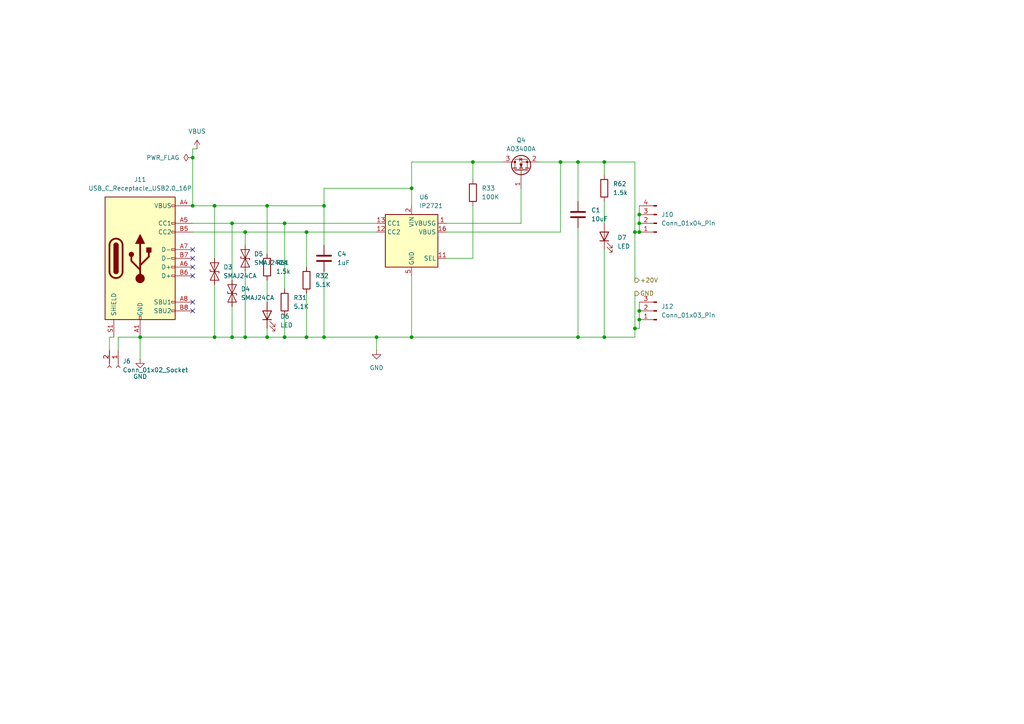
<source format=kicad_sch>
(kicad_sch (version 20231120) (generator "eeschema") (generator_version "8.0")
  (paper "A4")
  (lib_symbols
    (symbol "Connector:Conn_01x02_Socket" (pin_names (offset 1.016) hide)
      (property "Reference" "J" (at 0 2.54 0))
      (property "Value" "Conn_01x02_Socket" (at 0 -5.08 0))
      (symbol "Conn_01x02_Socket_1_1"
        (arc (start 0 -2.032) (mid -0.5058 -2.54) (end 0 -3.048) (stroke (width 0.1524)))
        (polyline (pts (xy -1.27 -2.54) (xy -0.508 -2.54)) (stroke (width 0.1524)))
        (polyline (pts (xy -1.27 0) (xy -0.508 0)) (stroke (width 0.1524)))
        (arc (start 0 0.508) (mid -0.5058 0) (end 0 -0.508) (stroke (width 0.1524)))
        (pin passive line (at -5.08 0 0) (length 3.81) (name "Pin_1") (number "1"))
        (pin passive line (at -5.08 -2.54 0) (length 3.81) (name "Pin_2") (number "2"))
      )
    )
    (symbol "Connector:Conn_01x03_Pin" (pin_names (offset 1.016) hide)
      (property "Reference" "J" (at 0 5.08 0))
      (property "Value" "Conn_01x03_Pin" (at 0 -5.08 0))
      (symbol "Conn_01x03_Pin_1_1"
        (polyline (pts (xy 1.27 -2.54) (xy 0.8636 -2.54)) (stroke (width 0.1524)))
        (polyline (pts (xy 1.27 0) (xy 0.8636 0)) (stroke (width 0.1524)))
        (polyline (pts (xy 1.27 2.54) (xy 0.8636 2.54)) (stroke (width 0.1524)))
        (rectangle (start 0.8636 -2.413) (end 0 -2.667) (stroke (width 0.1524)) (fill (type outline)))
        (rectangle (start 0.8636 0.127) (end 0 -0.127) (stroke (width 0.1524)) (fill (type outline)))
        (rectangle (start 0.8636 2.667) (end 0 2.413) (stroke (width 0.1524)) (fill (type outline)))
        (pin passive line (at 5.08 2.54 180) (length 3.81) (name "Pin_1") (number "1"))
        (pin passive line (at 5.08 0 180) (length 3.81) (name "Pin_2") (number "2"))
        (pin passive line (at 5.08 -2.54 180) (length 3.81) (name "Pin_3") (number "3"))
      )
    )
    (symbol "Connector:Conn_01x04_Pin" (pin_names (offset 1.016) hide)
      (property "Reference" "J" (at 0 5.08 0))
      (property "Value" "Conn_01x04_Pin" (at 0 -7.62 0))
      (symbol "Conn_01x04_Pin_1_1"
        (polyline (pts (xy 1.27 -5.08) (xy 0.8636 -5.08)) (stroke (width 0.1524)))
        (polyline (pts (xy 1.27 -2.54) (xy 0.8636 -2.54)) (stroke (width 0.1524)))
        (polyline (pts (xy 1.27 0) (xy 0.8636 0)) (stroke (width 0.1524)))
        (polyline (pts (xy 1.27 2.54) (xy 0.8636 2.54)) (stroke (width 0.1524)))
        (rectangle (start 0.8636 -4.953) (end 0 -5.207) (stroke (width 0.1524)) (fill (type outline)))
        (rectangle (start 0.8636 -2.413) (end 0 -2.667) (stroke (width 0.1524)) (fill (type outline)))
        (rectangle (start 0.8636 0.127) (end 0 -0.127) (stroke (width 0.1524)) (fill (type outline)))
        (rectangle (start 0.8636 2.667) (end 0 2.413) (stroke (width 0.1524)) (fill (type outline)))
        (pin passive line (at 5.08 2.54 180) (length 3.81) (name "Pin_1") (number "1"))
        (pin passive line (at 5.08 0 180) (length 3.81) (name "Pin_2") (number "2"))
        (pin passive line (at 5.08 -2.54 180) (length 3.81) (name "Pin_3") (number "3"))
        (pin passive line (at 5.08 -5.08 180) (length 3.81) (name "Pin_4") (number "4"))
      )
    )
    (symbol "Connector:USB_C_Receptacle_USB2.0_16P" (pin_names (offset 1.016))
      (property "Reference" "J" (at 0 22.225 0))
      (property "Value" "USB_C_Receptacle_USB2.0_16P" (at 0 19.685 0))
      (symbol "USB_C_Receptacle_USB2.0_16P_0_0"
        (rectangle (start -0.254 -17.78) (end 0.254 -16.764))
        (rectangle (start 10.16 -14.986) (end 9.144 -15.494))
        (rectangle (start 10.16 -12.446) (end 9.144 -12.954))
        (rectangle (start 10.16 -4.826) (end 9.144 -5.334))
        (rectangle (start 10.16 -2.286) (end 9.144 -2.794))
        (rectangle (start 10.16 0.254) (end 9.144 -0.254))
        (rectangle (start 10.16 2.794) (end 9.144 2.286))
        (rectangle (start 10.16 7.874) (end 9.144 7.366))
        (rectangle (start 10.16 10.414) (end 9.144 9.906))
        (rectangle (start 10.16 15.494) (end 9.144 14.986))
      )
      (symbol "USB_C_Receptacle_USB2.0_16P_0_1"
        (rectangle (start -10.16 17.78) (end 10.16 -17.78) (stroke (width 0.254)) (fill (type background)))
        (arc (start -8.89 -3.81) (mid -6.985 -5.7067) (end -5.08 -3.81) (stroke (width 0.508)))
        (arc (start -7.62 -3.81) (mid -6.985 -4.4423) (end -6.35 -3.81) (stroke (width 0.254)))
        (arc (start -7.62 -3.81) (mid -6.985 -4.4423) (end -6.35 -3.81) (stroke (width 0.254)) (fill (type outline)))
        (rectangle (start -7.62 -3.81) (end -6.35 3.81) (stroke (width 0.254)) (fill (type outline)))
        (arc (start -6.35 3.81) (mid -6.985 4.4423) (end -7.62 3.81) (stroke (width 0.254)))
        (arc (start -6.35 3.81) (mid -6.985 4.4423) (end -7.62 3.81) (stroke (width 0.254)) (fill (type outline)))
        (arc (start -5.08 3.81) (mid -6.985 5.7067) (end -8.89 3.81) (stroke (width 0.508)))
        (circle (center -2.54 1.143) (radius 0.635) (stroke (width 0.254)) (fill (type outline)))
        (circle (center 0 -5.842) (radius 1.27) (fill (type outline)))
        (polyline (pts (xy -8.89 -3.81) (xy -8.89 3.81)) (stroke (width 0.508)))
        (polyline (pts (xy -5.08 3.81) (xy -5.08 -3.81)) (stroke (width 0.508)))
        (polyline (pts (xy 0 -5.842) (xy 0 4.318)) (stroke (width 0.508)))
        (polyline (pts (xy 0 -3.302) (xy -2.54 -0.762) (xy -2.54 0.508)) (stroke (width 0.508)))
        (polyline (pts (xy 0 -2.032) (xy 2.54 0.508) (xy 2.54 1.778)) (stroke (width 0.508)))
        (polyline (pts (xy -1.27 4.318) (xy 0 6.858) (xy 1.27 4.318) (xy -1.27 4.318)) (stroke (width 0.254)) (fill (type outline)))
        (rectangle (start 1.905 1.778) (end 3.175 3.048) (stroke (width 0.254)) (fill (type outline)))
      )
      (symbol "USB_C_Receptacle_USB2.0_16P_1_1"
        (pin passive line (at 0 -22.86 90) (length 5.08) (name "GND") (number "A1"))
        (pin passive line (at 0 -22.86 90) (length 5.08) hide (name "GND") (number "A12"))
        (pin passive line (at 15.24 15.24 180) (length 5.08) (name "VBUS") (number "A4"))
        (pin bidirectional line (at 15.24 10.16 180) (length 5.08) (name "CC1") (number "A5"))
        (pin bidirectional line (at 15.24 -2.54 180) (length 5.08) (name "D+") (number "A6"))
        (pin bidirectional line (at 15.24 2.54 180) (length 5.08) (name "D-") (number "A7"))
        (pin bidirectional line (at 15.24 -12.7 180) (length 5.08) (name "SBU1") (number "A8"))
        (pin passive line (at 15.24 15.24 180) (length 5.08) hide (name "VBUS") (number "A9"))
        (pin passive line (at 0 -22.86 90) (length 5.08) hide (name "GND") (number "B1"))
        (pin passive line (at 0 -22.86 90) (length 5.08) hide (name "GND") (number "B12"))
        (pin passive line (at 15.24 15.24 180) (length 5.08) hide (name "VBUS") (number "B4"))
        (pin bidirectional line (at 15.24 7.62 180) (length 5.08) (name "CC2") (number "B5"))
        (pin bidirectional line (at 15.24 -5.08 180) (length 5.08) (name "D+") (number "B6"))
        (pin bidirectional line (at 15.24 0 180) (length 5.08) (name "D-") (number "B7"))
        (pin bidirectional line (at 15.24 -15.24 180) (length 5.08) (name "SBU2") (number "B8"))
        (pin passive line (at 15.24 15.24 180) (length 5.08) hide (name "VBUS") (number "B9"))
        (pin passive line (at -7.62 -22.86 90) (length 5.08) (name "SHIELD") (number "S1"))
      )
    )
    (symbol "Device:C" (pin_numbers hide) (pin_names (offset 0.254))
      (property "Reference" "C" (at 0.635 2.54 0))
      (property "Value" "C" (at 0.635 -2.54 0))
      (symbol "C_0_1"
        (polyline (pts (xy -2.032 -0.762) (xy 2.032 -0.762)) (stroke (width 0.508)))
        (polyline (pts (xy -2.032 0.762) (xy 2.032 0.762)) (stroke (width 0.508)))
      )
      (symbol "C_1_1"
        (pin passive line (at 0 3.81 270) (length 2.794) (name "~") (number "1"))
        (pin passive line (at 0 -3.81 90) (length 2.794) (name "~") (number "2"))
      )
    )
    (symbol "Device:LED" (pin_numbers hide) (pin_names (offset 1.016) hide)
      (property "Reference" "D" (at 0 2.54 0))
      (property "Value" "LED" (at 0 -2.54 0))
      (symbol "LED_0_1"
        (polyline (pts (xy -1.27 -1.27) (xy -1.27 1.27)) (stroke (width 0.254)))
        (polyline (pts (xy -1.27 0) (xy 1.27 0)))
        (polyline (pts (xy 1.27 -1.27) (xy 1.27 1.27) (xy -1.27 0) (xy 1.27 -1.27)) (stroke (width 0.254)))
        (polyline (pts (xy -3.048 -0.762) (xy -4.572 -2.286) (xy -3.81 -2.286) (xy -4.572 -2.286) (xy -4.572 -1.524)))
        (polyline (pts (xy -1.778 -0.762) (xy -3.302 -2.286) (xy -2.54 -2.286) (xy -3.302 -2.286) (xy -3.302 -1.524)))
      )
      (symbol "LED_1_1"
        (pin passive line (at -3.81 0 0) (length 2.54) (name "K") (number "1"))
        (pin passive line (at 3.81 0 180) (length 2.54) (name "A") (number "2"))
      )
    )
    (symbol "Device:R" (pin_numbers hide) (pin_names (offset 0))
      (property "Reference" "R" (at 2.032 0 90))
      (property "Value" "R" (at 0 0 90))
      (symbol "R_0_1"
        (rectangle (start -1.016 -2.54) (end 1.016 2.54) (stroke (width 0.254)))
      )
      (symbol "R_1_1"
        (pin passive line (at 0 3.81 270) (length 1.27) (name "~") (number "1"))
        (pin passive line (at 0 -3.81 90) (length 1.27) (name "~") (number "2"))
      )
    )
    (symbol "Diode:SMAJ24CA" (pin_numbers hide) (pin_names (offset 1.016) hide)
      (property "Reference" "D" (at 0 2.54 0))
      (property "Value" "SMAJ24CA" (at 0 -2.54 0))
      (symbol "SMAJ24CA_0_1"
        (polyline (pts (xy 1.27 0) (xy -1.27 0)))
        (polyline (pts (xy -2.54 -1.27) (xy 0 0) (xy -2.54 1.27) (xy -2.54 -1.27)) (stroke (width 0.2032)))
        (polyline (pts (xy 0.508 1.27) (xy 0 1.27) (xy 0 -1.27) (xy -0.508 -1.27)) (stroke (width 0.2032)))
        (polyline (pts (xy 2.54 1.27) (xy 2.54 -1.27) (xy 0 0) (xy 2.54 1.27)) (stroke (width 0.2032)))
      )
      (symbol "SMAJ24CA_1_1"
        (pin passive line (at -3.81 0 0) (length 2.54) (name "A1") (number "1"))
        (pin passive line (at 3.81 0 180) (length 2.54) (name "A2") (number "2"))
      )
    )
    (symbol "Interface_USB:IP2721"
      (property "Reference" "U" (at 5.08 -10.16 0))
      (property "Value" "IP2721" (at 7.62 -12.7 0))
      (symbol "IP2721_0_1"
        (rectangle (start -7.62 7.62) (end 7.62 -7.62) (stroke (width 0.254)) (fill (type background)))
      )
      (symbol "IP2721_1_1"
        (pin output line (at 10.16 5.08 180) (length 2.54) (name "VBUSG") (number "1"))
        (pin no_connect line (at -2.54 -7.62 90) (length 2.54) hide (name "NC") (number "10"))
        (pin input line (at 10.16 -5.08 180) (length 2.54) (name "SEL") (number "11"))
        (pin bidirectional line (at -10.16 2.54 0) (length 2.54) (name "CC2") (number "12"))
        (pin bidirectional line (at -10.16 5.08 0) (length 2.54) (name "CC1") (number "13"))
        (pin no_connect line (at 2.54 -7.62 90) (length 2.54) hide (name "NC") (number "14"))
        (pin no_connect line (at 5.08 -7.62 90) (length 2.54) hide (name "NC") (number "15"))
        (pin input line (at 10.16 2.54 180) (length 2.54) (name "VBUS") (number "16"))
        (pin power_in line (at 0 10.16 270) (length 2.54) (name "VIN") (number "2"))
        (pin no_connect line (at -5.08 7.62 270) (length 2.54) hide (name "NC") (number "3"))
        (pin no_connect line (at -7.62 -2.54 0) (length 2.54) hide (name "NC") (number "4"))
        (pin power_in line (at 0 -10.16 90) (length 2.54) (name "GND") (number "5"))
        (pin no_connect line (at -2.54 7.62 270) (length 2.54) hide (name "NC") (number "6"))
        (pin no_connect line (at 2.54 7.62 270) (length 2.54) hide (name "NC") (number "7"))
        (pin no_connect line (at 5.08 7.62 270) (length 2.54) hide (name "NC") (number "8"))
        (pin no_connect line (at -5.08 -7.62 90) (length 2.54) hide (name "NC") (number "9"))
      )
    )
    (symbol "Transistor_FET:AO3400A" (pin_names hide)
      (property "Reference" "Q" (at 5.08 1.905 0))
      (property "Value" "AO3400A" (at 5.08 0 0))
      (symbol "AO3400A_0_1"
        (polyline (pts (xy 0.254 0) (xy -2.54 0)))
        (polyline (pts (xy 0.254 1.905) (xy 0.254 -1.905)) (stroke (width 0.254)))
        (polyline (pts (xy 0.762 -1.27) (xy 0.762 -2.286)) (stroke (width 0.254)))
        (polyline (pts (xy 0.762 0.508) (xy 0.762 -0.508)) (stroke (width 0.254)))
        (polyline (pts (xy 0.762 2.286) (xy 0.762 1.27)) (stroke (width 0.254)))
        (polyline (pts (xy 2.54 2.54) (xy 2.54 1.778)))
        (polyline (pts (xy 2.54 -2.54) (xy 2.54 0) (xy 0.762 0)))
        (polyline (pts (xy 0.762 -1.778) (xy 3.302 -1.778) (xy 3.302 1.778) (xy 0.762 1.778)))
        (polyline (pts (xy 1.016 0) (xy 2.032 0.381) (xy 2.032 -0.381) (xy 1.016 0)) (fill (type outline)))
        (polyline (pts (xy 2.794 0.508) (xy 2.921 0.381) (xy 3.683 0.381) (xy 3.81 0.254)))
        (polyline (pts (xy 3.302 0.381) (xy 2.921 -0.254) (xy 3.683 -0.254) (xy 3.302 0.381)))
        (circle (center 1.651 0) (radius 2.794) (stroke (width 0.254)))
        (circle (center 2.54 -1.778) (radius 0.254) (fill (type outline)))
        (circle (center 2.54 1.778) (radius 0.254) (fill (type outline)))
      )
      (symbol "AO3400A_1_1"
        (pin input line (at -5.08 0 0) (length 2.54) (name "G") (number "1"))
        (pin passive line (at 2.54 -5.08 90) (length 2.54) (name "S") (number "2"))
        (pin passive line (at 2.54 5.08 270) (length 2.54) (name "D") (number "3"))
      )
    )
    (symbol "power:GND" (power) (pin_numbers hide) (pin_names (offset 0) hide)
      (property "Value" "GND" (at 0 -3.81 0))
      (symbol "GND_0_1"
        (polyline (pts (xy 0 0) (xy 0 -1.27) (xy 1.27 -1.27) (xy 0 -2.54) (xy -1.27 -1.27) (xy 0 -1.27)))
      )
      (symbol "GND_1_1"
        (pin power_in line (at 0 0 270) (length 0) (name "~") (number "1"))
      )
    )
    (symbol "power:PWR_FLAG" (power) (pin_numbers hide) (pin_names (offset 0) hide)
      (property "Value" "PWR_FLAG" (at 0 3.81 0))
      (symbol "PWR_FLAG_0_0"
        (pin power_out line (at 0 0 90) (length 0) (name "~") (number "1"))
      )
      (symbol "PWR_FLAG_0_1"
        (polyline (pts (xy 0 0) (xy 0 1.27) (xy -1.016 1.905) (xy 0 2.54) (xy 1.016 1.905) (xy 0 1.27)))
      )
    )
    (symbol "power:VBUS" (power) (pin_numbers hide) (pin_names (offset 0) hide)
      (property "Value" "VBUS" (at 0 3.556 0))
      (symbol "VBUS_0_1"
        (polyline (pts (xy -0.762 1.27) (xy 0 2.54)))
        (polyline (pts (xy 0 0) (xy 0 2.54)))
        (polyline (pts (xy 0 2.54) (xy 0.762 1.27)))
      )
      (symbol "VBUS_1_1"
        (pin power_in line (at 0 0 90) (length 0) (name "~") (number "1"))
      )
    )
  )
  (junction (at 71.12 97.79))
  (junction (at 185.42 62.23))
  (junction (at 185.42 90.17))
  (junction (at 82.55 64.77))
  (junction (at 55.88 45.72))
  (junction (at 62.23 59.69))
  (junction (at 71.12 67.31))
  (junction (at 77.47 97.79))
  (junction (at 137.16 46.99))
  (junction (at 40.64 97.79))
  (junction (at 88.9 97.79))
  (junction (at 167.64 46.99))
  (junction (at 175.26 97.79))
  (junction (at 93.98 59.69))
  (junction (at 67.31 64.77))
  (junction (at 167.64 97.79))
  (junction (at 55.88 59.69))
  (junction (at 77.47 59.69))
  (junction (at 93.98 97.79))
  (junction (at 162.56 46.99))
  (junction (at 185.42 67.31))
  (junction (at 185.42 64.77))
  (junction (at 185.42 92.71))
  (junction (at 109.22 97.79))
  (junction (at 184.15 67.31))
  (junction (at 62.23 97.79))
  (junction (at 119.38 97.79))
  (junction (at 88.9 67.31))
  (junction (at 119.38 54.61))
  (junction (at 175.26 46.99))
  (junction (at 67.31 97.79))
  (junction (at 184.15 95.25))
  (junction (at 82.55 97.79))
  (no_connect (at 55.88 72.39))
  (no_connect (at 55.88 90.17))
  (no_connect (at 55.88 80.01))
  (no_connect (at 55.88 87.63))
  (no_connect (at 55.88 77.47))
  (no_connect (at 55.88 74.93))
  (wire (pts (xy 119.38 97.79) (xy 167.64 97.79)))
  (wire (pts (xy 167.64 46.99) (xy 175.26 46.99)))
  (wire (pts (xy 175.26 46.99) (xy 175.26 50.8)))
  (wire (pts (xy 185.42 59.69) (xy 185.42 62.23)))
  (wire (pts (xy 156.21 46.99) (xy 162.56 46.99)))
  (wire (pts (xy 175.26 97.79) (xy 184.15 97.79)))
  (wire (pts (xy 119.38 46.99) (xy 119.38 54.61)))
  (wire (pts (xy 55.88 45.72) (xy 55.88 43.18)))
  (wire (pts (xy 93.98 78.74) (xy 93.98 97.79)))
  (wire (pts (xy 31.75 97.79) (xy 31.75 101.6)))
  (wire (pts (xy 77.47 95.25) (xy 77.47 97.79)))
  (wire (pts (xy 185.42 95.25) (xy 184.15 95.25)))
  (wire (pts (xy 62.23 59.69) (xy 62.23 74.93)))
  (wire (pts (xy 167.64 58.42) (xy 167.64 46.99)))
  (wire (pts (xy 185.42 67.31) (xy 184.15 67.31)))
  (wire (pts (xy 184.15 46.99) (xy 184.15 67.31)))
  (wire (pts (xy 82.55 64.77) (xy 109.22 64.77)))
  (wire (pts (xy 88.9 85.09) (xy 88.9 97.79)))
  (wire (pts (xy 109.22 101.6) (xy 109.22 97.79)))
  (wire (pts (xy 88.9 97.79) (xy 93.98 97.79)))
  (wire (pts (xy 88.9 67.31) (xy 109.22 67.31)))
  (wire (pts (xy 185.42 64.77) (xy 185.42 67.31)))
  (wire (pts (xy 175.26 72.39) (xy 175.26 97.79)))
  (wire (pts (xy 82.55 97.79) (xy 88.9 97.79)))
  (wire (pts (xy 55.88 43.18) (xy 57.15 43.18)))
  (wire (pts (xy 167.64 97.79) (xy 175.26 97.79)))
  (wire (pts (xy 67.31 88.9) (xy 67.31 97.79)))
  (wire (pts (xy 77.47 59.69) (xy 93.98 59.69)))
  (wire (pts (xy 184.15 95.25) (xy 184.15 97.79)))
  (wire (pts (xy 175.26 46.99) (xy 184.15 46.99)))
  (wire (pts (xy 137.16 52.07) (xy 137.16 46.99)))
  (wire (pts (xy 175.26 58.42) (xy 175.26 64.77)))
  (wire (pts (xy 71.12 78.74) (xy 71.12 97.79)))
  (wire (pts (xy 77.47 81.28) (xy 77.47 87.63)))
  (wire (pts (xy 119.38 46.99) (xy 137.16 46.99)))
  (wire (pts (xy 162.56 46.99) (xy 167.64 46.99)))
  (wire (pts (xy 67.31 64.77) (xy 82.55 64.77)))
  (wire (pts (xy 184.15 67.31) (xy 184.15 81.28)))
  (wire (pts (xy 40.64 97.79) (xy 62.23 97.79)))
  (wire (pts (xy 82.55 64.77) (xy 82.55 83.82)))
  (wire (pts (xy 162.56 67.31) (xy 162.56 46.99)))
  (wire (pts (xy 129.54 67.31) (xy 162.56 67.31)))
  (wire (pts (xy 119.38 97.79) (xy 109.22 97.79)))
  (wire (pts (xy 184.15 85.09) (xy 184.15 95.25)))
  (wire (pts (xy 71.12 67.31) (xy 88.9 67.31)))
  (wire (pts (xy 119.38 54.61) (xy 119.38 59.69)))
  (wire (pts (xy 185.42 92.71) (xy 185.42 95.25)))
  (wire (pts (xy 77.47 59.69) (xy 77.47 73.66)))
  (wire (pts (xy 129.54 64.77) (xy 151.13 64.77)))
  (wire (pts (xy 62.23 82.55) (xy 62.23 97.79)))
  (wire (pts (xy 34.29 97.79) (xy 40.64 97.79)))
  (wire (pts (xy 40.64 97.79) (xy 40.64 104.14)))
  (wire (pts (xy 55.88 64.77) (xy 67.31 64.77)))
  (wire (pts (xy 55.88 67.31) (xy 71.12 67.31)))
  (wire (pts (xy 151.13 64.77) (xy 151.13 54.61)))
  (wire (pts (xy 167.64 66.04) (xy 167.64 97.79)))
  (wire (pts (xy 137.16 74.93) (xy 137.16 59.69)))
  (wire (pts (xy 185.42 87.63) (xy 185.42 90.17)))
  (wire (pts (xy 55.88 59.69) (xy 55.88 45.72)))
  (wire (pts (xy 33.02 97.79) (xy 31.75 97.79)))
  (wire (pts (xy 93.98 59.69) (xy 93.98 71.12)))
  (wire (pts (xy 185.42 90.17) (xy 185.42 92.71)))
  (wire (pts (xy 137.16 46.99) (xy 146.05 46.99)))
  (wire (pts (xy 71.12 97.79) (xy 77.47 97.79)))
  (wire (pts (xy 93.98 97.79) (xy 109.22 97.79)))
  (wire (pts (xy 93.98 54.61) (xy 93.98 59.69)))
  (wire (pts (xy 129.54 74.93) (xy 137.16 74.93)))
  (wire (pts (xy 185.42 62.23) (xy 185.42 64.77)))
  (wire (pts (xy 67.31 97.79) (xy 71.12 97.79)))
  (wire (pts (xy 88.9 67.31) (xy 88.9 77.47)))
  (wire (pts (xy 82.55 91.44) (xy 82.55 97.79)))
  (wire (pts (xy 71.12 67.31) (xy 71.12 71.12)))
  (wire (pts (xy 62.23 59.69) (xy 77.47 59.69)))
  (wire (pts (xy 67.31 64.77) (xy 67.31 81.28)))
  (wire (pts (xy 93.98 54.61) (xy 119.38 54.61)))
  (wire (pts (xy 119.38 80.01) (xy 119.38 97.79)))
  (wire (pts (xy 55.88 59.69) (xy 62.23 59.69)))
  (wire (pts (xy 62.23 97.79) (xy 67.31 97.79)))
  (wire (pts (xy 34.29 101.6) (xy 34.29 97.79)))
  (wire (pts (xy 77.47 97.79) (xy 82.55 97.79)))
  (hierarchical_label "+20V" (shape output) (at 184.15 81.28 0))
  (hierarchical_label "GND" (shape output) (at 184.15 85.09 0))
  (symbol (lib_id "Connector:Conn_01x02_Socket") (at 34.29 106.68 270) (unit 1)
    (property "Reference" "J6" (at 35.56 104.7749 90) (effects (justify left)))
    (property "Value" "Conn_01x02_Socket" (at 35.56 107.3149 90) (effects (justify left)))
    (property "Footprint" "Connector_PinSocket_2.54mm:PinSocket_1x02_P2.54mm_Vertical" (effects (hide yes)))
    (property "Description" "Generic connector, single row, 01x02, script generated" (effects (hide yes)))
  )
  (symbol (lib_id "Diode:SMAJ24CA") (at 62.23 78.74 90) (unit 1)
    (property "Reference" "D3" (at 64.77 77.4699 90) (effects (justify right)))
    (property "Value" "SMAJ24CA" (at 64.77 80.0099 90) (effects (justify right)))
    (property "Footprint" "Diode_SMD:D_SMA" (effects (hide yes)))
    (property "Datasheet" "https://www.littelfuse.com/media?resourcetype=datasheets&itemid=75e32973-b177-4ee3-a0ff-cedaf1abdb93&filename=smaj-datasheet" (effects (hide yes)))
    (property "Description" "400W bidirectional Transient Voltage Suppressor, 24.0Vr, SMA(DO-214AC)" (effects (hide yes)))
    (property "LCSC" "C19077537" (effects (hide yes)))
  )
  (symbol (lib_id "power:VBUS") (at 57.15 43.18 0) (unit 1)
    (property "Reference" "#PWR02" (effects (hide yes)))
    (property "Value" "VBUS" (at 57.15 38.1 0))
    (property "Description" "Power symbol creates a global label with name \"VBUS\"" (effects (hide yes)))
  )
  (symbol (lib_id "Connector:Conn_01x03_Pin") (at 190.5 90.17 180) (unit 1)
    (property "Reference" "J12" (at 191.77 88.8999 0) (effects (justify right)))
    (property "Value" "Conn_01x03_Pin" (at 191.77 91.4399 0) (effects (justify right)))
    (property "Footprint" "Connector_PinHeader_2.54mm:PinHeader_1x03_P2.54mm_Vertical" (effects (hide yes)))
    (property "Description" "Generic connector, single row, 01x03, script generated" (effects (hide yes)))
  )
  (symbol (lib_id "Diode:SMAJ24CA") (at 71.12 74.93 90) (unit 1)
    (property "Reference" "D5" (at 73.66 73.6599 90) (effects (justify right)))
    (property "Value" "SMAJ24CA" (at 73.66 76.1999 90) (effects (justify right)))
    (property "Footprint" "Diode_SMD:D_SMA" (effects (hide yes)))
    (property "Datasheet" "https://www.littelfuse.com/media?resourcetype=datasheets&itemid=75e32973-b177-4ee3-a0ff-cedaf1abdb93&filename=smaj-datasheet" (effects (hide yes)))
    (property "Description" "400W bidirectional Transient Voltage Suppressor, 24.0Vr, SMA(DO-214AC)" (effects (hide yes)))
    (property "LCSC" "C19077537" (effects (hide yes)))
  )
  (symbol (lib_id "Diode:SMAJ24CA") (at 67.31 85.09 90) (unit 1)
    (property "Reference" "D4" (at 69.85 83.8199 90) (effects (justify right)))
    (property "Value" "SMAJ24CA" (at 69.85 86.3599 90) (effects (justify right)))
    (property "Footprint" "Diode_SMD:D_SMA" (effects (hide yes)))
    (property "Datasheet" "https://www.littelfuse.com/media?resourcetype=datasheets&itemid=75e32973-b177-4ee3-a0ff-cedaf1abdb93&filename=smaj-datasheet" (effects (hide yes)))
    (property "Description" "400W bidirectional Transient Voltage Suppressor, 24.0Vr, SMA(DO-214AC)" (effects (hide yes)))
    (property "LCSC" "C19077537" (effects (hide yes)))
  )
  (symbol (lib_id "Device:C") (at 167.64 62.23 0) (unit 1)
    (property "Reference" "C1" (at 171.45 60.9599 0) (effects (justify left)))
    (property "Value" "10uF" (at 171.45 63.4999 0) (effects (justify left)))
    (property "Footprint" "Capacitor_SMD:C_0603_1608Metric" (effects (hide yes)))
    (property "Description" "Unpolarized capacitor" (effects (hide yes)))
  )
  (symbol (lib_id "Device:R") (at 77.47 77.47 0) (unit 1)
    (property "Reference" "R61" (at 80.01 76.1999 0) (effects (justify left)))
    (property "Value" "1.5k" (at 80.01 78.7399 0) (effects (justify left)))
    (property "Footprint" "Resistor_SMD:R_2010_5025Metric" (effects (hide yes)))
    (property "Description" "Resistor" (effects (hide yes)))
    (property "extended" "optional" (effects (hide yes)))
  )
  (symbol (lib_id "Connector:Conn_01x04_Pin") (at 190.5 64.77 180) (unit 1)
    (property "Reference" "J10" (at 191.77 62.2299 0) (effects (justify right)))
    (property "Value" "Conn_01x04_Pin" (at 191.77 64.7699 0) (effects (justify right)))
    (property "Footprint" "Connector_PinHeader_2.54mm:PinHeader_1x04_P2.54mm_Vertical" (effects (hide yes)))
    (property "Description" "Generic connector, single row, 01x04, script generated" (effects (hide yes)))
  )
  (symbol (lib_id "Device:LED") (at 77.47 91.44 90) (unit 1)
    (property "Reference" "D6" (at 81.28 91.7574 90) (effects (justify right)))
    (property "Value" "LED" (at 81.28 94.2974 90) (effects (justify right)))
    (property "Footprint" "LED_SMD:LED_0603_1608Metric" (effects (hide yes)))
    (property "Description" "Light emitting diode" (effects (hide yes)))
    (property "LCSC" "C497935" (effects (hide yes)))
  )
  (symbol (lib_id "Interface_USB:IP2721") (at 119.38 69.85 0) (unit 1)
    (property "Reference" "U6" (at 121.5741 57.15 0) (effects (justify left)))
    (property "Value" "IP2721" (at 121.5741 59.69 0) (effects (justify left)))
    (property "Footprint" "Package_SO:TSSOP-16_4.4x5mm_P0.65mm" (effects (hide yes)))
    (property "Datasheet" "https://datasheet.lcsc.com/lcsc/2006111335_INJOINIC-IP2721_C603176.pdf" (effects (hide yes)))
    (property "Description" "USB TYPEC  PD Controller Interface, TSSOP-16" (effects (hide yes)))
    (property "LCSC" "C603176" (effects (hide yes)))
  )
  (symbol (lib_id "Device:R") (at 175.26 54.61 0) (unit 1)
    (property "Reference" "R62" (at 177.8 53.3399 0) (effects (justify left)))
    (property "Value" "1.5k" (at 177.8 55.8799 0) (effects (justify left)))
    (property "Footprint" "Resistor_SMD:R_2010_5025Metric" (effects (hide yes)))
    (property "Description" "Resistor" (effects (hide yes)))
    (property "extended" "optional" (effects (hide yes)))
  )
  (symbol (lib_id "Device:LED") (at 175.26 68.58 90) (unit 1)
    (property "Reference" "D7" (at 179.07 68.8974 90) (effects (justify right)))
    (property "Value" "LED" (at 179.07 71.4374 90) (effects (justify right)))
    (property "Footprint" "LED_SMD:LED_0603_1608Metric" (effects (hide yes)))
    (property "Description" "Light emitting diode" (effects (hide yes)))
    (property "LCSC" "C497935" (effects (hide yes)))
  )
  (symbol (lib_id "Connector:USB_C_Receptacle_USB2.0_16P") (at 40.64 74.93 0) (unit 1)
    (property "Reference" "J11" (at 40.64 52.07 0))
    (property "Value" "USB_C_Receptacle_USB2.0_16P" (at 40.64 54.61 0))
    (property "Footprint" "USB-C-Power-tester:TYPE-C-31-M-12" (effects (hide yes)))
    (property "Datasheet" "https://www.usb.org/sites/default/files/documents/usb_type-c.zip" (effects (hide yes)))
    (property "Description" "USB 2.0-only 16P Type-C Receptacle connector" (effects (hide yes)))
    (property "LCSC" "C165948" (effects (hide yes)))
  )
  (symbol (lib_id "Transistor_FET:AO3400A") (at 151.13 49.53 90) (unit 1)
    (property "Reference" "Q4" (at 151.13 40.64 90))
    (property "Value" "AO3400A" (at 151.13 43.18 90))
    (property "Footprint" "Package_TO_SOT_SMD:SOT-23" (effects (hide yes)))
    (property "Datasheet" "http://www.aosmd.com/pdfs/datasheet/AO3400A.pdf" (effects (hide yes)))
    (property "Description" "30V Vds, 5.7A Id, N-Channel MOSFET, SOT-23" (effects (hide yes)))
  )
  (symbol (lib_id "Device:R") (at 82.55 87.63 0) (unit 1)
    (property "Reference" "R31" (at 85.09 86.3599 0) (effects (justify left)))
    (property "Value" "5.1K" (at 85.09 88.8999 0) (effects (justify left)))
    (property "Footprint" "Resistor_SMD:R_0603_1608Metric" (effects (hide yes)))
    (property "Description" "Resistor" (effects (hide yes)))
  )
  (symbol (lib_id "power:GND") (at 40.64 104.14 0) (unit 1)
    (property "Reference" "#PWR01" (effects (hide yes)))
    (property "Value" "GND" (at 40.64 109.22 0))
    (property "Description" "Power symbol creates a global label with name \"GND\" , ground" (effects (hide yes)))
  )
  (symbol (lib_id "Device:R") (at 137.16 55.88 0) (unit 1)
    (property "Reference" "R33" (at 139.7 54.6099 0) (effects (justify left)))
    (property "Value" "100K" (at 139.7 57.1499 0) (effects (justify left)))
    (property "Footprint" "Resistor_SMD:R_0603_1608Metric" (effects (hide yes)))
    (property "Description" "Resistor" (effects (hide yes)))
  )
  (symbol (lib_id "Device:C") (at 93.98 74.93 0) (unit 1)
    (property "Reference" "C4" (at 97.79 73.6599 0) (effects (justify left)))
    (property "Value" "1uF" (at 97.79 76.1999 0) (effects (justify left)))
    (property "Footprint" "Capacitor_SMD:C_0603_1608Metric" (effects (hide yes)))
    (property "Description" "Unpolarized capacitor" (effects (hide yes)))
  )
  (symbol (lib_id "power:GND") (at 109.22 101.6 0) (unit 1)
    (property "Reference" "#PWR0115" (effects (hide yes)))
    (property "Value" "GND" (at 109.22 106.68 0))
    (property "Description" "Power symbol creates a global label with name \"GND\" , ground" (effects (hide yes)))
  )
  (symbol (lib_id "Device:R") (at 88.9 81.28 0) (unit 1)
    (property "Reference" "R32" (at 91.44 80.0099 0) (effects (justify left)))
    (property "Value" "5.1K" (at 91.44 82.5499 0) (effects (justify left)))
    (property "Footprint" "Resistor_SMD:R_0603_1608Metric" (effects (hide yes)))
    (property "Description" "Resistor" (effects (hide yes)))
  )
  (symbol (lib_id "power:PWR_FLAG") (at 55.88 45.72 90) (unit 1)
    (property "Reference" "#FLG02" (effects (hide yes)))
    (property "Value" "PWR_FLAG" (at 52.07 45.7199 90) (effects (justify left)))
    (property "Description" "Special symbol for telling ERC where power comes from" (effects (hide yes)))
  )
)
</source>
